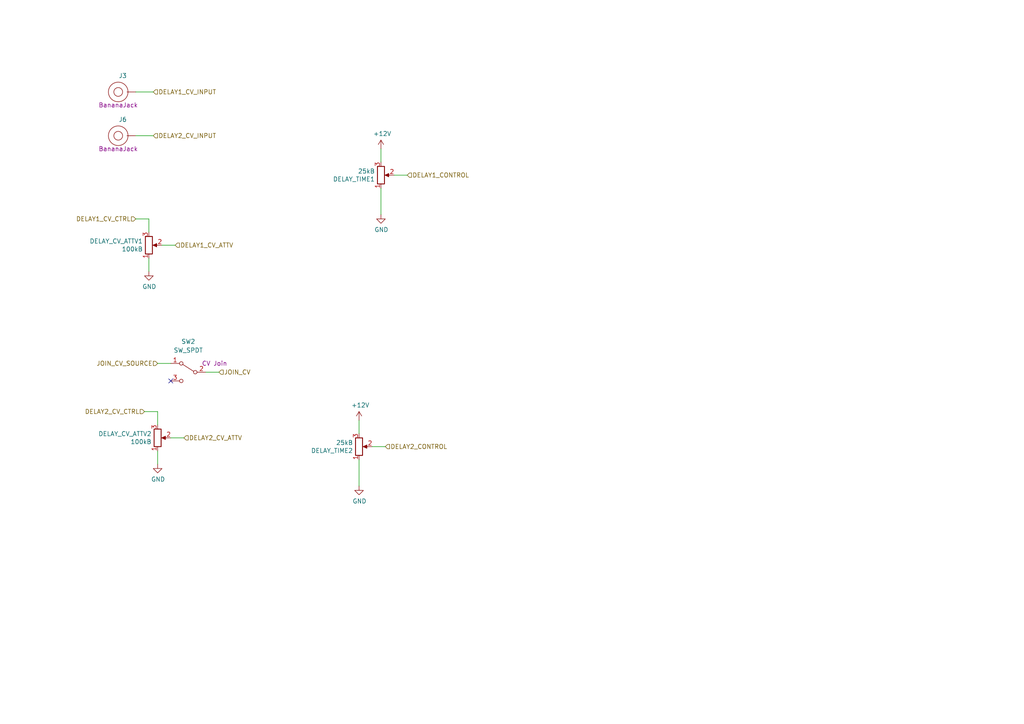
<source format=kicad_sch>
(kicad_sch (version 20211123) (generator eeschema)
  (paper "A4")
  (title_block (date "2022-02-11") (rev "v04") (comment 2 "creativecommons.org/licenses/by/4.0/") (comment 3 "License: CC BY 4.0") (comment 4 "Author: Guy John"))
  (lib_symbols
    (symbol "BananaJacks:BananaJack_PanelMount" (pin_numbers hide) (pin_names (offset 1.016))
      (property "Reference" "J" (at 0 3.81 0))
      (property "Note" "BananaJack" (at 0 -3.81 0))
      (symbol "BananaJack_PanelMount_0_1"
        (circle (center 0 0) (radius 1.27))
        (circle (center 0 0) (radius 2.8448))
      )
      (symbol "BananaJack_PanelMount_1_1"
        (pin bidirectional line (at 5.08 0 180) (length 2.54) (name "~") (number "1"))
      )
    )
    (symbol "Device:R_Potentiometer" (pin_names (offset 1.016) hide)
      (property "Reference" "RV" (at -4.445 0 90))
      (property "Value" "R_Potentiometer" (at -2.54 0 90))
      (symbol "R_Potentiometer_0_1"
        (polyline (pts (xy 2.54 0) (xy 1.524 0)))
        (polyline (pts (xy 1.143 0) (xy 2.286 0.508) (xy 2.286 -0.508) (xy 1.143 0)) (fill (type outline)))
        (rectangle (start 1.016 2.54) (end -1.016 -2.54) (stroke (width 0.254)))
      )
      (symbol "R_Potentiometer_1_1"
        (pin passive line (at 0 3.81 270) (length 1.27) (name "1") (number "1"))
        (pin passive line (at 3.81 0 180) (length 1.27) (name "2") (number "2"))
        (pin passive line (at 0 -3.81 90) (length 1.27) (name "3") (number "3"))
      )
    )
    (symbol "Switch:SW_SPDT" (pin_names (offset 0) hide)
      (property "Reference" "SW" (at 0 4.318 0))
      (property "Value" "SW_SPDT" (at 0 -5.08 0))
      (symbol "SW_SPDT_0_0"
        (circle (center -2.032 0) (radius 0.508))
        (circle (center 2.032 -2.54) (radius 0.508))
      )
      (symbol "SW_SPDT_0_1"
        (polyline (pts (xy -1.524 0.254) (xy 1.651 2.286)))
        (circle (center 2.032 2.54) (radius 0.508))
      )
      (symbol "SW_SPDT_1_1"
        (pin passive line (at 5.08 2.54 180) (length 2.54) (name "A") (number "1"))
        (pin passive line (at -5.08 0 0) (length 2.54) (name "B") (number "2"))
        (pin passive line (at 5.08 -2.54 180) (length 2.54) (name "C") (number "3"))
      )
    )
    (symbol "power:+12V" (power) (pin_names (offset 0))
      (property "Value" "+12V" (at 0 3.556 0))
      (symbol "+12V_0_1"
        (polyline (pts (xy -0.762 1.27) (xy 0 2.54)))
        (polyline (pts (xy 0 0) (xy 0 2.54)))
        (polyline (pts (xy 0 2.54) (xy 0.762 1.27)))
      )
      (symbol "+12V_1_1"
        (pin power_in line (at 0 0 90) (length 0) hide (name "+12V") (number "1"))
      )
    )
    (symbol "power:GND" (power) (pin_names (offset 0))
      (property "Value" "GND" (at 0 -3.81 0))
      (symbol "GND_0_1"
        (polyline (pts (xy 0 0) (xy 0 -1.27) (xy 1.27 -1.27) (xy 0 -2.54) (xy -1.27 -1.27) (xy 0 -1.27)))
      )
      (symbol "GND_1_1"
        (pin power_in line (at 0 0 270) (length 0) hide (name "GND") (number "1"))
      )
    )
  )
  (no_connect (at 49.53 110.49))
  (wire (pts (xy 45.72 119.38) (xy 45.72 123.19)))
  (wire (pts (xy 46.99 71.12) (xy 50.8 71.12)))
  (wire (pts (xy 49.53 105.41) (xy 45.72 105.41)))
  (wire (pts (xy 59.69 107.95) (xy 63.5 107.95)))
  (wire (pts (xy 104.14 121.92) (xy 104.14 125.73)))
  (wire (pts (xy 43.18 63.5) (xy 43.18 67.31)))
  (wire (pts (xy 118.11 50.8) (xy 114.3 50.8)))
  (wire (pts (xy 39.37 63.5) (xy 43.18 63.5)))
  (wire (pts (xy 49.53 127) (xy 53.34 127)))
  (wire (pts (xy 111.76 129.54) (xy 107.95 129.54)))
  (wire (pts (xy 110.49 54.61) (xy 110.49 62.23)))
  (wire (pts (xy 45.72 130.81) (xy 45.72 134.62)))
  (wire (pts (xy 110.49 43.18) (xy 110.49 46.99)))
  (wire (pts (xy 39.37 26.67) (xy 44.45 26.67)))
  (wire (pts (xy 41.91 119.38) (xy 45.72 119.38)))
  (wire (pts (xy 39.37 39.37) (xy 44.45 39.37)))
  (wire (pts (xy 43.18 74.93) (xy 43.18 78.74)))
  (wire (pts (xy 104.14 133.35) (xy 104.14 140.97)))
  (hierarchical_label "DELAY2_CV_ATTV" (shape input) (at 53.34 127 0))
  (hierarchical_label "JOIN_CV" (shape input) (at 63.5 107.95 0))
  (hierarchical_label "DELAY2_CV_CTRL" (shape input) (at 41.91 119.38 180))
  (hierarchical_label "DELAY2_CONTROL" (shape input) (at 111.76 129.54 0))
  (hierarchical_label "DELAY1_CV_ATTV" (shape input) (at 50.8 71.12 0))
  (hierarchical_label "DELAY1_CV_INPUT" (shape input) (at 44.45 26.67 0))
  (hierarchical_label "DELAY1_CONTROL" (shape input) (at 118.11 50.8 0))
  (hierarchical_label "DELAY2_CV_INPUT" (shape input) (at 44.45 39.37 0))
  (hierarchical_label "DELAY1_CV_CTRL" (shape input) (at 39.37 63.5 180))
  (hierarchical_label "JOIN_CV_SOURCE" (shape input) (at 45.72 105.41 180))
  (symbol (lib_id "BananaJacks:BananaJack_PanelMount") (at 34.29 26.67 0) (unit 1)
    (property "Reference" "J3" (at 35.6108 21.971 0))
    (property "Value" "BananaJack_PanelMount" (effects hide))
    (property "Footprint" "Rumblesan_Footprints:BananaJack_THT_JohnsonCinch_108-09" (effects hide))
    (property "SKU" "108-0901-1" (effects hide))
    (property "Vendor" "Mouser" (effects hide))
    (property "Note" "BananaJack" (at 34.29 30.48 0))
  )
  (symbol (lib_id "Device:R_Potentiometer") (at 43.18 71.12 0) (mirror x) (unit 1)
    (property "Reference" "DELAY_CV_ATTV1" (at 41.4274 69.9516 0) (effects (justify right)))
    (property "Value" "100kB" (at 41.4274 72.263 0) (effects (justify right)))
    (property "Footprint" "Rumblesan_Footprints:Potentiometer_Alpha_RD901F-40-00D_Single_Vertical_CircularHoles" (effects hide))
    (property "Vendor" "Thonk" (effects hide))
  )
  (symbol (lib_id "Device:R_Potentiometer") (at 110.49 50.8 0) (mirror x) (unit 1)
    (property "Reference" "DELAY_TIME1" (at 108.7374 51.9684 0) (effects (justify right)))
    (property "Value" "25kB" (at 108.7374 49.657 0) (effects (justify right)))
    (property "Footprint" "Rumblesan_Footprints:Potentiometer_Alpha_RD901F-40-00D_Single_Vertical_CircularHoles" (effects hide))
    (property "Vendor" "Thonk" (effects hide))
  )
  (symbol (lib_id "BananaJacks:BananaJack_PanelMount") (at 34.29 39.37 0) (unit 1)
    (property "Reference" "J6" (at 35.6108 34.671 0))
    (property "Value" "BananaJack_PanelMount" (effects hide))
    (property "Footprint" "Rumblesan_Footprints:BananaJack_THT_JohnsonCinch_108-09" (effects hide))
    (property "SKU" "108-0901-1" (effects hide))
    (property "Vendor" "Mouser" (effects hide))
    (property "Note" "BananaJack" (at 34.29 43.18 0))
  )
  (symbol (lib_id "Device:R_Potentiometer") (at 45.72 127 0) (mirror x) (unit 1)
    (property "Reference" "DELAY_CV_ATTV2" (at 43.9674 125.8316 0) (effects (justify right)))
    (property "Value" "100kB" (at 43.9674 128.143 0) (effects (justify right)))
    (property "Footprint" "Rumblesan_Footprints:Potentiometer_Alpha_RD901F-40-00D_Single_Vertical_CircularHoles" (effects hide))
    (property "Vendor" "Thonk" (effects hide))
  )
  (symbol (lib_id "Device:R_Potentiometer") (at 104.14 129.54 0) (mirror x) (unit 1)
    (property "Reference" "DELAY_TIME2" (at 102.3874 130.7084 0) (effects (justify right)))
    (property "Value" "25kB" (at 102.3874 128.397 0) (effects (justify right)))
    (property "Footprint" "Rumblesan_Footprints:Potentiometer_Alpha_RD901F-40-00D_Single_Vertical_CircularHoles" (effects hide))
    (property "Vendor" "Thonk" (effects hide))
  )
  (symbol (lib_id "power:GND") (at 110.49 62.23 0) (unit 1)
    (property "Reference" "#PWR0142" (effects hide))
    (property "Value" "GND" (at 110.617 66.6242 0))
  )
  (symbol (lib_id "power:GND") (at 43.18 78.74 0) (unit 1)
    (property "Reference" "#PWR0141" (effects hide))
    (property "Value" "GND" (at 43.307 83.1342 0))
  )
  (symbol (lib_id "power:GND") (at 104.14 140.97 0) (unit 1)
    (property "Reference" "#PWR0144" (effects hide))
    (property "Value" "GND" (at 104.267 145.3642 0))
  )
  (symbol (lib_id "power:+12V") (at 104.14 121.92 0) (unit 1)
    (property "Reference" "#PWR0145" (effects hide))
    (property "Value" "+12V" (at 104.521 117.5258 0))
  )
  (symbol (lib_id "Switch:SW_SPDT") (at 54.61 107.95 0) (mirror y) (unit 1)
    (property "Reference" "SW2" (at 54.61 99.06 0))
    (property "Value" "SW_SPDT" (at 54.61 101.6 0))
    (property "Footprint" "Rumblesan_Footprints:Toggle_Switch_100SP1T1B3M2QE" (effects hide))
    (property "Vendor" "Mouser" (effects hide))
    (property "SKU" "612-100SP1T1B3M2QEH" (effects hide))
    (property "Note" "CV Join" (at 62.23 105.41 0))
  )
  (symbol (lib_id "power:GND") (at 45.72 134.62 0) (unit 1)
    (property "Reference" "#PWR0140" (effects hide))
    (property "Value" "GND" (at 45.847 139.0142 0))
  )
  (symbol (lib_id "power:+12V") (at 110.49 43.18 0) (unit 1)
    (property "Reference" "#PWR0143" (effects hide))
    (property "Value" "+12V" (at 110.871 38.7858 0))
  )
)
</source>
